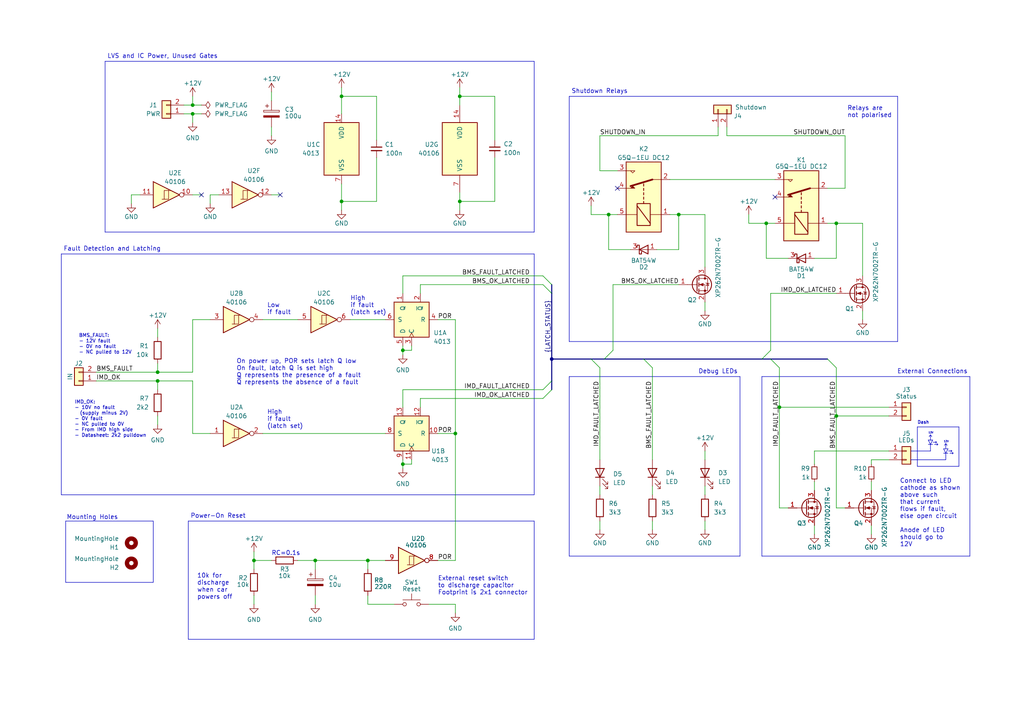
<source format=kicad_sch>
(kicad_sch (version 20230121) (generator eeschema)
  (paper "A4")
  (title_block (title "Latch Circuit") (date "2023-04-04") (rev "1.1.1") (company "SUFST") (comment 1 "STAG 9") (comment 2 "Tim Brewis") (comment 3 "Marek Frodyma, Max O'Brien"))
  (lib_symbols
    (symbol "4xxx:40106" (pin_names (offset 1.016))
      (property "Reference" "U" (at 0 1.27 0))
      (property "Value" "40106" (at 0 -1.27 0))
      (symbol "40106_1_0"
        (polyline (pts (xy -0.635 -1.27) (xy -0.635 1.27) (xy 0.635 1.27)))
        (polyline (pts (xy -3.81 3.81) (xy -3.81 -3.81) (xy 3.81 0) (xy -3.81 3.81)) (stroke (width 0.254)) (fill (type background)))
        (polyline (pts (xy -1.27 -1.27) (xy 0.635 -1.27) (xy 0.635 1.27) (xy 1.27 1.27)))
        (pin input line (at -7.62 0 0) (length 3.81) (name "~") (number "1"))
        (pin output inverted (at 7.62 0 180) (length 3.81) (name "~") (number "2"))
      )
      (symbol "40106_2_0"
        (polyline (pts (xy -0.635 -1.27) (xy -0.635 1.27) (xy 0.635 1.27)))
        (polyline (pts (xy -3.81 3.81) (xy -3.81 -3.81) (xy 3.81 0) (xy -3.81 3.81)) (stroke (width 0.254)) (fill (type background)))
        (polyline (pts (xy -1.27 -1.27) (xy 0.635 -1.27) (xy 0.635 1.27) (xy 1.27 1.27)))
        (pin input line (at -7.62 0 0) (length 3.81) (name "~") (number "3"))
        (pin output inverted (at 7.62 0 180) (length 3.81) (name "~") (number "4"))
      )
      (symbol "40106_3_0"
        (polyline (pts (xy -0.635 -1.27) (xy -0.635 1.27) (xy 0.635 1.27)))
        (polyline (pts (xy -3.81 3.81) (xy -3.81 -3.81) (xy 3.81 0) (xy -3.81 3.81)) (stroke (width 0.254)) (fill (type background)))
        (polyline (pts (xy -1.27 -1.27) (xy 0.635 -1.27) (xy 0.635 1.27) (xy 1.27 1.27)))
        (pin input line (at -7.62 0 0) (length 3.81) (name "~") (number "5"))
        (pin output inverted (at 7.62 0 180) (length 3.81) (name "~") (number "6"))
      )
      (symbol "40106_4_0"
        (polyline (pts (xy -0.635 -1.27) (xy -0.635 1.27) (xy 0.635 1.27)))
        (polyline (pts (xy -3.81 3.81) (xy -3.81 -3.81) (xy 3.81 0) (xy -3.81 3.81)) (stroke (width 0.254)) (fill (type background)))
        (polyline (pts (xy -1.27 -1.27) (xy 0.635 -1.27) (xy 0.635 1.27) (xy 1.27 1.27)))
        (pin output inverted (at 7.62 0 180) (length 3.81) (name "~") (number "8"))
        (pin input line (at -7.62 0 0) (length 3.81) (name "~") (number "9"))
      )
      (symbol "40106_5_0"
        (polyline (pts (xy -0.635 -1.27) (xy -0.635 1.27) (xy 0.635 1.27)))
        (polyline (pts (xy -3.81 3.81) (xy -3.81 -3.81) (xy 3.81 0) (xy -3.81 3.81)) (stroke (width 0.254)) (fill (type background)))
        (polyline (pts (xy -1.27 -1.27) (xy 0.635 -1.27) (xy 0.635 1.27) (xy 1.27 1.27)))
        (pin output inverted (at 7.62 0 180) (length 3.81) (name "~") (number "10"))
        (pin input line (at -7.62 0 0) (length 3.81) (name "~") (number "11"))
      )
      (symbol "40106_6_0"
        (polyline (pts (xy -0.635 -1.27) (xy -0.635 1.27) (xy 0.635 1.27)))
        (polyline (pts (xy -3.81 3.81) (xy -3.81 -3.81) (xy 3.81 0) (xy -3.81 3.81)) (stroke (width 0.254)) (fill (type background)))
        (polyline (pts (xy -1.27 -1.27) (xy 0.635 -1.27) (xy 0.635 1.27) (xy 1.27 1.27)))
        (pin output inverted (at 7.62 0 180) (length 3.81) (name "~") (number "12"))
        (pin input line (at -7.62 0 0) (length 3.81) (name "~") (number "13"))
      )
      (symbol "40106_7_0"
        (pin power_in line (at 0 12.7 270) (length 5.08) (name "VDD") (number "14"))
        (pin power_in line (at 0 -12.7 90) (length 5.08) (name "VSS") (number "7"))
      )
      (symbol "40106_7_1"
        (rectangle (start -5.08 7.62) (end 5.08 -7.62) (stroke (width 0.254)) (fill (type background)))
      )
    )
    (symbol "4xxx:4013" (pin_names (offset 1.016))
      (property "Reference" "U" (at -7.62 8.89 0))
      (property "Value" "4013" (at -7.62 -8.89 0))
      (symbol "4013_1_1"
        (rectangle (start -5.08 5.08) (end 5.08 -5.08) (stroke (width 0.254)) (fill (type background)))
        (pin output line (at 7.62 2.54 180) (length 2.54) (name "Q") (number "1"))
        (pin output line (at 7.62 -2.54 180) (length 2.54) (name "~{Q}") (number "2"))
        (pin input clock (at -7.62 0 0) (length 2.54) (name "C") (number "3"))
        (pin input line (at 0 -7.62 90) (length 2.54) (name "R") (number "4"))
        (pin input line (at -7.62 2.54 0) (length 2.54) (name "D") (number "5"))
        (pin input line (at 0 7.62 270) (length 2.54) (name "S") (number "6"))
      )
      (symbol "4013_2_1"
        (rectangle (start -5.08 5.08) (end 5.08 -5.08) (stroke (width 0.254)) (fill (type background)))
        (pin input line (at 0 -7.62 90) (length 2.54) (name "R") (number "10"))
        (pin input clock (at -7.62 0 0) (length 2.54) (name "C") (number "11"))
        (pin output line (at 7.62 -2.54 180) (length 2.54) (name "~{Q}") (number "12"))
        (pin output line (at 7.62 2.54 180) (length 2.54) (name "Q") (number "13"))
        (pin input line (at 0 7.62 270) (length 2.54) (name "S") (number "8"))
        (pin input line (at -7.62 2.54 0) (length 2.54) (name "D") (number "9"))
      )
      (symbol "4013_3_0"
        (pin power_in line (at 0 10.16 270) (length 2.54) (name "VDD") (number "14"))
        (pin power_in line (at 0 -10.16 90) (length 2.54) (name "VSS") (number "7"))
      )
      (symbol "4013_3_1"
        (rectangle (start -5.08 7.62) (end 5.08 -7.62) (stroke (width 0.254)) (fill (type background)))
      )
    )
    (symbol "Connector_Generic:Conn_01x02" (pin_names (offset 1.016) hide)
      (property "Reference" "J" (at 0 2.54 0))
      (property "Value" "Conn_01x02" (at 0 -5.08 0))
      (symbol "Conn_01x02_1_1"
        (rectangle (start -1.27 -2.413) (end 0 -2.667) (stroke (width 0.1524)))
        (rectangle (start -1.27 0.127) (end 0 -0.127) (stroke (width 0.1524)))
        (rectangle (start -1.27 1.27) (end 1.27 -3.81) (stroke (width 0.254)) (fill (type background)))
        (pin passive line (at -5.08 0 0) (length 3.81) (name "Pin_1") (number "1"))
        (pin passive line (at -5.08 -2.54 0) (length 3.81) (name "Pin_2") (number "2"))
      )
    )
    (symbol "Device:C_Polarized" (pin_numbers hide) (pin_names (offset 0.254))
      (property "Reference" "C" (at 0.635 2.54 0))
      (property "Value" "C_Polarized" (at 0.635 -2.54 0))
      (symbol "C_Polarized_0_1"
        (rectangle (start -2.286 0.508) (end 2.286 1.016))
        (polyline (pts (xy -1.778 2.286) (xy -0.762 2.286)))
        (polyline (pts (xy -1.27 2.794) (xy -1.27 1.778)))
        (rectangle (start 2.286 -0.508) (end -2.286 -1.016) (fill (type outline)))
      )
      (symbol "C_Polarized_1_1"
        (pin passive line (at 0 3.81 270) (length 2.794) (name "~") (number "1"))
        (pin passive line (at 0 -3.81 90) (length 2.794) (name "~") (number "2"))
      )
    )
    (symbol "Device:C_Small" (pin_numbers hide) (pin_names (offset 0.254) hide)
      (property "Reference" "C" (at 0.254 1.778 0))
      (property "Value" "C_Small" (at 0.254 -2.032 0))
      (symbol "C_Small_0_1"
        (polyline (pts (xy -1.524 -0.508) (xy 1.524 -0.508)) (stroke (width 0.3302)))
        (polyline (pts (xy -1.524 0.508) (xy 1.524 0.508)) (stroke (width 0.3048)))
      )
      (symbol "C_Small_1_1"
        (pin passive line (at 0 2.54 270) (length 2.032) (name "~") (number "1"))
        (pin passive line (at 0 -2.54 90) (length 2.032) (name "~") (number "2"))
      )
    )
    (symbol "Device:LED" (pin_numbers hide) (pin_names (offset 1.016) hide)
      (property "Reference" "D" (at 0 2.54 0))
      (property "Value" "LED" (at 0 -2.54 0))
      (symbol "LED_0_1"
        (polyline (pts (xy -1.27 -1.27) (xy -1.27 1.27)) (stroke (width 0.254)))
        (polyline (pts (xy -1.27 0) (xy 1.27 0)))
        (polyline (pts (xy 1.27 -1.27) (xy 1.27 1.27) (xy -1.27 0) (xy 1.27 -1.27)) (stroke (width 0.254)))
        (polyline (pts (xy -3.048 -0.762) (xy -4.572 -2.286) (xy -3.81 -2.286) (xy -4.572 -2.286) (xy -4.572 -1.524)))
        (polyline (pts (xy -1.778 -0.762) (xy -3.302 -2.286) (xy -2.54 -2.286) (xy -3.302 -2.286) (xy -3.302 -1.524)))
      )
      (symbol "LED_1_1"
        (pin passive line (at -3.81 0 0) (length 2.54) (name "K") (number "1"))
        (pin passive line (at 3.81 0 180) (length 2.54) (name "A") (number "2"))
      )
    )
    (symbol "Device:Q_NMOS_GSD" (pin_names (offset 0) hide)
      (property "Reference" "Q" (at 5.08 1.27 0))
      (property "Value" "Q_NMOS_GSD" (at 5.08 -1.27 0))
      (symbol "Q_NMOS_GSD_0_1"
        (polyline (pts (xy 0.254 0) (xy -2.54 0)))
        (polyline (pts (xy 0.254 1.905) (xy 0.254 -1.905)) (stroke (width 0.254)))
        (polyline (pts (xy 0.762 -1.27) (xy 0.762 -2.286)) (stroke (width 0.254)))
        (polyline (pts (xy 0.762 0.508) (xy 0.762 -0.508)) (stroke (width 0.254)))
        (polyline (pts (xy 0.762 2.286) (xy 0.762 1.27)) (stroke (width 0.254)))
        (polyline (pts (xy 2.54 2.54) (xy 2.54 1.778)))
        (polyline (pts (xy 2.54 -2.54) (xy 2.54 0) (xy 0.762 0)))
        (polyline (pts (xy 0.762 -1.778) (xy 3.302 -1.778) (xy 3.302 1.778) (xy 0.762 1.778)))
        (polyline (pts (xy 1.016 0) (xy 2.032 0.381) (xy 2.032 -0.381) (xy 1.016 0)) (fill (type outline)))
        (polyline (pts (xy 2.794 0.508) (xy 2.921 0.381) (xy 3.683 0.381) (xy 3.81 0.254)))
        (polyline (pts (xy 3.302 0.381) (xy 2.921 -0.254) (xy 3.683 -0.254) (xy 3.302 0.381)))
        (circle (center 1.651 0) (radius 2.794) (stroke (width 0.254)))
        (circle (center 2.54 -1.778) (radius 0.254) (fill (type outline)))
        (circle (center 2.54 1.778) (radius 0.254) (fill (type outline)))
      )
      (symbol "Q_NMOS_GSD_1_1"
        (pin input line (at -5.08 0 0) (length 2.54) (name "G") (number "1"))
        (pin passive line (at 2.54 -5.08 90) (length 2.54) (name "S") (number "2"))
        (pin passive line (at 2.54 5.08 270) (length 2.54) (name "D") (number "3"))
      )
    )
    (symbol "Device:R" (pin_numbers hide) (pin_names (offset 0))
      (property "Reference" "R" (at 2.032 0 90))
      (property "Value" "R" (at 0 0 90))
      (symbol "R_0_1"
        (rectangle (start -1.016 -2.54) (end 1.016 2.54) (stroke (width 0.254)))
      )
      (symbol "R_1_1"
        (pin passive line (at 0 3.81 270) (length 1.27) (name "~") (number "1"))
        (pin passive line (at 0 -3.81 90) (length 1.27) (name "~") (number "2"))
      )
    )
    (symbol "Device:R_Small" (pin_numbers hide) (pin_names (offset 0.254) hide)
      (property "Reference" "R" (at 0.762 0.508 0))
      (property "Value" "R_Small" (at 0.762 -1.016 0))
      (symbol "R_Small_0_1"
        (rectangle (start -0.762 1.778) (end 0.762 -1.778) (stroke (width 0.2032)))
      )
      (symbol "R_Small_1_1"
        (pin passive line (at 0 2.54 270) (length 0.762) (name "~") (number "1"))
        (pin passive line (at 0 -2.54 90) (length 0.762) (name "~") (number "2"))
      )
    )
    (symbol "Diode:BAT54W" (pin_names (offset 1.016) hide)
      (property "Reference" "D" (at 0 2.54 0))
      (property "Value" "BAT54W" (at 0 -2.54 0))
      (symbol "BAT54W_0_1"
        (polyline (pts (xy 1.27 0) (xy -1.27 0)))
        (polyline (pts (xy 1.27 1.27) (xy 1.27 -1.27) (xy -1.27 0) (xy 1.27 1.27)) (stroke (width 0.254)))
        (polyline (pts (xy -1.905 0.635) (xy -1.905 1.27) (xy -1.27 1.27) (xy -1.27 -1.27) (xy -0.635 -1.27) (xy -0.635 -0.635)) (stroke (width 0.254)))
      )
      (symbol "BAT54W_1_1"
        (pin passive line (at 3.81 0 180) (length 2.54) (name "A") (number "1"))
        (pin no_connect line (at 0 0 90) (length 2.54) hide (name "NC") (number "2"))
        (pin passive line (at -3.81 0 0) (length 2.54) (name "K") (number "3"))
      )
    )
    (symbol "Mechanical:MountingHole" (pin_names (offset 1.016))
      (property "Reference" "H" (at 0 5.08 0))
      (property "Value" "MountingHole" (at 0 3.175 0))
      (symbol "MountingHole_0_1"
        (circle (center 0 0) (radius 1.27) (stroke (width 1.27)))
      )
    )
    (symbol "Relay:G5Q-1"
      (property "Reference" "K" (at 11.43 3.81 0))
      (property "Value" "G5Q-1" (at 11.43 1.27 0))
      (symbol "G5Q-1_0_0"
        (polyline (pts (xy 7.62 5.08) (xy 7.62 2.54) (xy 6.985 3.175) (xy 7.62 3.81)))
      )
      (symbol "G5Q-1_0_1"
        (rectangle (start -10.16 5.08) (end 10.16 -5.08) (stroke (width 0.254)) (fill (type background)))
        (rectangle (start -8.255 1.905) (end -1.905 -1.905) (stroke (width 0.254)))
        (polyline (pts (xy -7.62 -1.905) (xy -2.54 1.905)) (stroke (width 0.254)))
        (polyline (pts (xy -5.08 -5.08) (xy -5.08 -1.905)))
        (polyline (pts (xy -5.08 5.08) (xy -5.08 1.905)))
        (polyline (pts (xy -1.905 0) (xy -1.27 0)) (stroke (width 0.254)))
        (polyline (pts (xy -0.635 0) (xy 0 0)) (stroke (width 0.254)))
        (polyline (pts (xy 0.635 0) (xy 1.27 0)) (stroke (width 0.254)))
        (polyline (pts (xy 1.905 0) (xy 2.54 0)) (stroke (width 0.254)))
        (polyline (pts (xy 3.175 0) (xy 3.81 0)) (stroke (width 0.254)))
        (polyline (pts (xy 5.08 -2.54) (xy 3.175 3.81)) (stroke (width 0.508)))
        (polyline (pts (xy 5.08 -2.54) (xy 5.08 -5.08)))
        (polyline (pts (xy 2.54 5.08) (xy 2.54 2.54) (xy 3.175 3.175) (xy 2.54 3.81)) (fill (type outline)))
      )
      (symbol "G5Q-1_1_1"
        (pin passive line (at -5.08 -7.62 90) (length 2.54) (name "~") (number "1"))
        (pin passive line (at 5.08 -7.62 90) (length 2.54) (name "~") (number "2"))
        (pin passive line (at 7.62 7.62 270) (length 2.54) (name "~") (number "3"))
        (pin passive line (at 2.54 7.62 270) (length 2.54) (name "~") (number "4"))
        (pin passive line (at -5.08 7.62 270) (length 2.54) (name "~") (number "5"))
      )
    )
    (symbol "Switch:SW_Push" (pin_numbers hide) (pin_names (offset 1.016) hide)
      (property "Reference" "SW" (at 1.27 2.54 0))
      (property "Value" "SW_Push" (at 0 -1.524 0))
      (symbol "SW_Push_0_1"
        (circle (center -2.032 0) (radius 0.508))
        (polyline (pts (xy 0 1.27) (xy 0 3.048)))
        (polyline (pts (xy 2.54 1.27) (xy -2.54 1.27)))
        (circle (center 2.032 0) (radius 0.508))
        (pin passive line (at -5.08 0 0) (length 2.54) (name "1") (number "1"))
        (pin passive line (at 5.08 0 180) (length 2.54) (name "2") (number "2"))
      )
    )
    (symbol "power:+12V" (power) (pin_names (offset 0))
      (property "Value" "+12V" (at 0 3.556 0))
      (symbol "+12V_0_1"
        (polyline (pts (xy -0.762 1.27) (xy 0 2.54)))
        (polyline (pts (xy 0 0) (xy 0 2.54)))
        (polyline (pts (xy 0 2.54) (xy 0.762 1.27)))
      )
      (symbol "+12V_1_1"
        (pin power_in line (at 0 0 90) (length 0) hide (name "+12V") (number "1"))
      )
    )
    (symbol "power:GND" (power) (pin_names (offset 0))
      (property "Value" "GND" (at 0 -3.81 0))
      (symbol "GND_0_1"
        (polyline (pts (xy 0 0) (xy 0 -1.27) (xy 1.27 -1.27) (xy 0 -2.54) (xy -1.27 -1.27) (xy 0 -1.27)))
      )
      (symbol "GND_1_1"
        (pin power_in line (at 0 0 270) (length 0) hide (name "GND") (number "1"))
      )
    )
    (symbol "power:PWR_FLAG" (power) (pin_numbers hide) (pin_names (offset 0) hide)
      (property "Value" "PWR_FLAG" (at 0 3.81 0))
      (symbol "PWR_FLAG_0_0"
        (pin power_out line (at 0 0 90) (length 0) (name "pwr") (number "1"))
      )
      (symbol "PWR_FLAG_0_1"
        (polyline (pts (xy 0 0) (xy 0 1.27) (xy -1.016 1.905) (xy 0 2.54) (xy 1.016 1.905) (xy 0 1.27)))
      )
    )
  )
  (bus_alias "LATCH_STATUS" (members "IMD_OK_LATCHED" "IMD_FAULT_LATCHED" "BMS_OK_LATCHED" "BMS_FAULT_LATCHED"))
  (junction (at 133.35 27.94))
  (junction (at 242.57 64.77))
  (junction (at 226.06 118.11))
  (junction (at 73.66 162.56))
  (junction (at 45.72 107.95))
  (junction (at 91.44 162.56))
  (junction (at 55.88 30.48))
  (junction (at 116.84 134.62))
  (junction (at 99.06 27.94))
  (junction (at 45.72 110.49))
  (junction (at 55.88 33.02))
  (junction (at 160.02 104.14))
  (junction (at 242.57 120.65))
  (junction (at 176.53 62.23))
  (junction (at 116.84 101.6))
  (junction (at 132.08 125.73))
  (junction (at 106.68 162.56))
  (junction (at 99.06 58.42))
  (junction (at 133.35 58.42))
  (junction (at 196.85 62.23))
  (junction (at 222.25 64.77))
  (no_connect (at 58.42 56.515))
  (no_connect (at 81.28 56.515))
  (no_connect (at 179.07 54.61))
  (no_connect (at 224.79 57.15))
  (bus_entry (at 223.52 104.14) (size 2.54 2.54))
  (bus_entry (at 175.26 104.14) (size 2.54 -2.54))
  (bus_entry (at 157.48 82.55) (size 2.54 2.54))
  (bus_entry (at 157.48 80.01) (size 2.54 2.54))
  (bus_entry (at 220.98 104.14) (size 2.54 -2.54))
  (bus_entry (at 240.03 104.14) (size 2.54 2.54))
  (bus_entry (at 157.48 113.03) (size 2.54 -2.54))
  (bus_entry (at 171.45 104.14) (size 2.54 2.54))
  (bus_entry (at 186.69 104.14) (size 2.54 2.54))
  (bus_entry (at 157.48 115.57) (size 2.54 -2.54))
  (polyline (pts (xy 269.24 128.905) (xy 270.51 128.905)) (stroke (width 0) (type solid)))
  (polyline (pts (xy 273.685 131.445) (xy 274.955 131.445)) (stroke (width 0) (type solid)))
  (wire (pts (xy 99.06 27.94) (xy 99.06 33.02)))
  (polyline (pts (xy 220.98 109.22) (xy 220.98 161.29)))
  (wire (pts (xy 242.57 74.93) (xy 236.22 74.93)))
  (wire (pts (xy 45.72 95.25) (xy 45.72 97.79)))
  (wire (pts (xy 171.45 62.23) (xy 176.53 62.23)))
  (polyline (pts (xy 274.955 130.175) (xy 274.32 131.445)) (stroke (width 0) (type solid)))
  (wire (pts (xy 78.74 36.83) (xy 78.74 39.37)))
  (polyline (pts (xy 154.94 73.66) (xy 154.94 143.51)))
  (polyline (pts (xy 17.78 73.66) (xy 17.78 143.51)))
  (wire (pts (xy 133.35 58.42) (xy 133.35 60.96)))
  (wire (pts (xy 121.92 82.55) (xy 121.92 85.09)))
  (wire (pts (xy 53.34 30.48) (xy 55.88 30.48)))
  (wire (pts (xy 116.84 100.33) (xy 116.84 101.6)))
  (wire (pts (xy 173.99 140.97) (xy 173.99 143.51)))
  (wire (pts (xy 223.52 85.09) (xy 242.57 85.09)))
  (polyline (pts (xy 54.61 151.13) (xy 154.94 151.13)))
  (wire (pts (xy 45.72 107.95) (xy 55.88 107.95)))
  (wire (pts (xy 55.88 92.71) (xy 55.88 107.95)))
  (wire (pts (xy 45.72 110.49) (xy 45.72 113.03)))
  (wire (pts (xy 252.73 133.35) (xy 257.81 133.35)))
  (wire (pts (xy 119.38 101.6) (xy 116.84 101.6)))
  (wire (pts (xy 40.64 56.515) (xy 38.1 56.515)))
  (wire (pts (xy 60.96 56.515) (xy 60.96 59.055)))
  (wire (pts (xy 127 125.73) (xy 132.08 125.73)))
  (wire (pts (xy 222.25 74.93) (xy 222.25 64.77)))
  (wire (pts (xy 228.6 147.32) (xy 226.06 147.32)))
  (wire (pts (xy 250.19 90.17) (xy 250.19 92.71)))
  (wire (pts (xy 73.66 160.02) (xy 73.66 162.56)))
  (wire (pts (xy 45.72 105.41) (xy 45.72 107.95)))
  (wire (pts (xy 38.1 56.515) (xy 38.1 59.055)))
  (wire (pts (xy 76.2 125.73) (xy 111.76 125.73)))
  (wire (pts (xy 55.88 125.73) (xy 60.96 125.73)))
  (wire (pts (xy 190.5 72.39) (xy 196.85 72.39)))
  (wire (pts (xy 99.06 58.42) (xy 109.22 58.42)))
  (wire (pts (xy 252.73 139.7) (xy 252.73 142.24)))
  (wire (pts (xy 189.23 106.68) (xy 189.23 133.35)))
  (wire (pts (xy 116.84 80.01) (xy 116.84 85.09)))
  (wire (pts (xy 176.53 62.23) (xy 176.53 72.39)))
  (wire (pts (xy 124.46 175.26) (xy 132.08 175.26)))
  (wire (pts (xy 223.52 85.09) (xy 223.52 101.6)))
  (polyline (pts (xy 165.1 27.94) (xy 165.1 99.06)))
  (polyline (pts (xy 54.61 151.13) (xy 54.61 185.42)))
  (polyline (pts (xy 273.685 130.175) (xy 274.955 130.175)) (stroke (width 0) (type solid)))
  (polyline (pts (xy 281.305 161.29) (xy 281.305 109.22)))
  (bus (pts (xy 160.02 82.55) (xy 160.02 85.09)))
  (wire (pts (xy 173.99 49.53) (xy 179.07 49.53)))
  (polyline (pts (xy 269.875 126.111) (xy 269.494 126.619)) (stroke (width 0) (type solid)))
  (polyline (pts (xy 266.065 123.825) (xy 278.13 123.825)))
  (wire (pts (xy 240.03 64.77) (xy 242.57 64.77)))
  (wire (pts (xy 127 162.56) (xy 132.08 162.56)))
  (wire (pts (xy 236.22 152.4) (xy 236.22 154.94)))
  (wire (pts (xy 109.22 45.72) (xy 109.22 58.42)))
  (wire (pts (xy 99.06 25.4) (xy 99.06 27.94)))
  (polyline (pts (xy 274.32 131.445) (xy 274.32 133.35)) (stroke (width 0) (type solid)))
  (wire (pts (xy 106.68 175.26) (xy 114.3 175.26)))
  (wire (pts (xy 177.8 82.55) (xy 196.85 82.55)))
  (wire (pts (xy 173.99 39.37) (xy 208.28 39.37)))
  (wire (pts (xy 91.44 162.56) (xy 91.44 165.1)))
  (wire (pts (xy 208.28 36.83) (xy 208.28 39.37)))
  (bus (pts (xy 220.98 104.14) (xy 223.52 104.14)))
  (wire (pts (xy 119.38 133.35) (xy 119.38 134.62)))
  (polyline (pts (xy 274.32 128.651) (xy 273.939 129.159)) (stroke (width 0) (type solid)))
  (polyline (pts (xy 165.1 109.22) (xy 214.63 109.22)))
  (wire (pts (xy 116.84 113.03) (xy 157.48 113.03)))
  (wire (pts (xy 176.53 62.23) (xy 179.07 62.23)))
  (wire (pts (xy 210.82 36.83) (xy 210.82 39.37)))
  (wire (pts (xy 116.84 101.6) (xy 116.84 102.87)))
  (wire (pts (xy 106.68 162.56) (xy 111.76 162.56)))
  (wire (pts (xy 222.25 64.77) (xy 224.79 64.77)))
  (polyline (pts (xy 30.48 17.78) (xy 30.48 67.31)))
  (wire (pts (xy 116.84 133.35) (xy 116.84 134.62)))
  (wire (pts (xy 242.57 106.68) (xy 242.57 120.65)))
  (wire (pts (xy 133.35 58.42) (xy 143.51 58.42)))
  (wire (pts (xy 245.11 39.37) (xy 210.82 39.37)))
  (wire (pts (xy 73.66 162.56) (xy 73.66 165.1)))
  (polyline (pts (xy 269.24 127.635) (xy 270.51 127.635)) (stroke (width 0) (type solid)))
  (wire (pts (xy 106.68 162.56) (xy 106.68 165.1)))
  (bus (pts (xy 160.02 85.09) (xy 160.02 104.14)))
  (bus (pts (xy 171.45 104.14) (xy 175.26 104.14)))
  (wire (pts (xy 240.03 54.61) (xy 245.11 54.61)))
  (polyline (pts (xy 165.1 27.94) (xy 260.35 27.94)))
  (wire (pts (xy 73.66 172.72) (xy 73.66 175.26)))
  (polyline (pts (xy 269.875 128.905) (xy 269.875 130.81)) (stroke (width 0) (type solid)))
  (polyline (pts (xy 19.05 168.91) (xy 44.45 168.91)))
  (wire (pts (xy 194.31 52.07) (xy 224.79 52.07)))
  (wire (pts (xy 194.31 62.23) (xy 196.85 62.23)))
  (wire (pts (xy 127 92.71) (xy 132.08 92.71)))
  (wire (pts (xy 133.35 27.94) (xy 143.51 27.94)))
  (wire (pts (xy 242.57 120.65) (xy 242.57 147.32)))
  (wire (pts (xy 55.88 33.02) (xy 55.88 35.56)))
  (polyline (pts (xy 154.94 67.31) (xy 154.94 17.78)))
  (wire (pts (xy 73.66 162.56) (xy 78.74 162.56)))
  (wire (pts (xy 204.47 130.81) (xy 204.47 133.35)))
  (polyline (pts (xy 154.94 17.78) (xy 30.48 17.78)))
  (polyline (pts (xy 270.51 127.635) (xy 269.875 128.905)) (stroke (width 0) (type solid)))
  (wire (pts (xy 196.85 62.23) (xy 204.47 62.23)))
  (bus (pts (xy 186.69 104.14) (xy 220.98 104.14)))
  (wire (pts (xy 99.06 27.94) (xy 109.22 27.94)))
  (wire (pts (xy 242.57 120.65) (xy 257.81 120.65)))
  (wire (pts (xy 177.8 82.55) (xy 177.8 101.6)))
  (polyline (pts (xy 273.685 130.175) (xy 274.32 131.445)) (stroke (width 0) (type solid)))
  (wire (pts (xy 143.51 27.94) (xy 143.51 40.64)))
  (polyline (pts (xy 269.875 126.111) (xy 270.256 126.619)) (stroke (width 0) (type solid)))
  (wire (pts (xy 250.19 64.77) (xy 250.19 80.01)))
  (wire (pts (xy 116.84 134.62) (xy 116.84 135.89)))
  (polyline (pts (xy 19.05 151.13) (xy 44.45 151.13)))
  (bus (pts (xy 223.52 104.14) (xy 240.03 104.14)))
  (polyline (pts (xy 44.45 168.91) (xy 44.45 151.13)))
  (wire (pts (xy 236.22 130.81) (xy 257.81 130.81)))
  (wire (pts (xy 55.88 56.515) (xy 58.42 56.515)))
  (wire (pts (xy 189.23 140.97) (xy 189.23 143.51)))
  (wire (pts (xy 55.88 33.02) (xy 58.42 33.02)))
  (wire (pts (xy 63.5 56.515) (xy 60.96 56.515)))
  (wire (pts (xy 189.23 151.13) (xy 189.23 153.67)))
  (wire (pts (xy 121.92 115.57) (xy 157.48 115.57)))
  (wire (pts (xy 45.72 120.65) (xy 45.72 123.19)))
  (polyline (pts (xy 220.98 161.29) (xy 281.305 161.29)))
  (wire (pts (xy 252.73 133.35) (xy 252.73 134.62)))
  (polyline (pts (xy 269.24 127.635) (xy 269.875 128.905)) (stroke (width 0) (type solid)))
  (wire (pts (xy 106.68 172.72) (xy 106.68 175.26)))
  (wire (pts (xy 242.57 64.77) (xy 250.19 64.77)))
  (polyline (pts (xy 269.875 127.635) (xy 269.875 126.238)) (stroke (width 0) (type solid)))
  (wire (pts (xy 133.35 55.88) (xy 133.35 58.42)))
  (bus (pts (xy 160.02 104.14) (xy 160.02 110.49)))
  (wire (pts (xy 116.84 118.11) (xy 116.84 113.03)))
  (wire (pts (xy 76.2 92.71) (xy 86.36 92.71)))
  (wire (pts (xy 45.72 110.49) (xy 55.88 110.49)))
  (polyline (pts (xy 154.94 185.42) (xy 54.61 185.42)))
  (wire (pts (xy 101.6 92.71) (xy 111.76 92.71)))
  (wire (pts (xy 204.47 87.63) (xy 204.47 90.17)))
  (wire (pts (xy 245.11 54.61) (xy 245.11 39.37)))
  (wire (pts (xy 116.84 80.01) (xy 157.48 80.01)))
  (polyline (pts (xy 165.1 161.29) (xy 214.63 161.29)))
  (wire (pts (xy 204.47 62.23) (xy 204.47 77.47)))
  (wire (pts (xy 27.94 110.49) (xy 45.72 110.49)))
  (wire (pts (xy 176.53 72.39) (xy 182.88 72.39)))
  (polyline (pts (xy 264.287 130.81) (xy 269.875 130.81)) (stroke (width 0) (type solid)))
  (wire (pts (xy 236.22 139.7) (xy 236.22 142.24)))
  (wire (pts (xy 119.38 100.33) (xy 119.38 101.6)))
  (wire (pts (xy 78.74 56.515) (xy 81.28 56.515)))
  (wire (pts (xy 173.99 151.13) (xy 173.99 153.67)))
  (polyline (pts (xy 154.94 73.66) (xy 17.78 73.66)))
  (wire (pts (xy 132.08 92.71) (xy 132.08 125.73)))
  (wire (pts (xy 228.6 74.93) (xy 222.25 74.93)))
  (wire (pts (xy 133.35 30.48) (xy 133.35 27.94)))
  (wire (pts (xy 226.06 106.68) (xy 226.06 118.11)))
  (polyline (pts (xy 19.05 151.13) (xy 19.05 168.91)))
  (polyline (pts (xy 274.32 130.048) (xy 274.32 128.651)) (stroke (width 0) (type solid)))
  (wire (pts (xy 242.57 64.77) (xy 242.57 74.93)))
  (wire (pts (xy 119.38 134.62) (xy 116.84 134.62)))
  (polyline (pts (xy 165.1 109.22) (xy 165.1 161.29)))
  (wire (pts (xy 196.85 62.23) (xy 196.85 72.39)))
  (wire (pts (xy 171.45 59.69) (xy 171.45 62.23)))
  (polyline (pts (xy 266.065 135.255) (xy 278.13 135.255)))
  (polyline (pts (xy 17.78 143.51) (xy 154.94 143.51)))
  (wire (pts (xy 242.57 147.32) (xy 245.11 147.32)))
  (bus (pts (xy 175.26 104.14) (xy 186.69 104.14)))
  (wire (pts (xy 204.47 151.13) (xy 204.47 153.67)))
  (wire (pts (xy 133.35 25.4) (xy 133.35 27.94)))
  (wire (pts (xy 121.92 118.11) (xy 121.92 115.57)))
  (polyline (pts (xy 274.32 128.651) (xy 274.701 129.159)) (stroke (width 0) (type solid)))
  (polyline (pts (xy 154.94 151.13) (xy 154.94 185.42)))
  (wire (pts (xy 55.88 27.94) (xy 55.88 30.48)))
  (wire (pts (xy 109.22 27.94) (xy 109.22 40.64)))
  (wire (pts (xy 99.06 53.34) (xy 99.06 58.42)))
  (wire (pts (xy 132.08 177.8) (xy 132.08 175.26)))
  (polyline (pts (xy 260.35 27.94) (xy 260.35 99.06)))
  (bus (pts (xy 160.02 104.14) (xy 171.45 104.14)))
  (wire (pts (xy 204.47 140.97) (xy 204.47 143.51)))
  (wire (pts (xy 53.34 33.02) (xy 55.88 33.02)))
  (wire (pts (xy 91.44 162.56) (xy 106.68 162.56)))
  (wire (pts (xy 143.51 58.42) (xy 143.51 45.72)))
  (wire (pts (xy 173.99 39.37) (xy 173.99 49.53)))
  (wire (pts (xy 252.73 152.4) (xy 252.73 154.94)))
  (wire (pts (xy 60.96 92.71) (xy 55.88 92.71)))
  (wire (pts (xy 99.06 58.42) (xy 99.06 60.96)))
  (wire (pts (xy 55.88 30.48) (xy 58.42 30.48)))
  (wire (pts (xy 27.94 107.95) (xy 45.72 107.95)))
  (polyline (pts (xy 214.63 161.29) (xy 214.63 109.22)))
  (polyline (pts (xy 30.48 67.31) (xy 154.94 67.31)))
  (wire (pts (xy 226.06 118.11) (xy 257.81 118.11)))
  (wire (pts (xy 132.08 125.73) (xy 132.08 162.56)))
  (polyline (pts (xy 278.13 135.255) (xy 278.13 123.825)))
  (polyline (pts (xy 266.065 123.825) (xy 266.065 135.255)))
  (wire (pts (xy 78.74 26.67) (xy 78.74 29.21)))
  (wire (pts (xy 55.88 110.49) (xy 55.88 125.73)))
  (wire (pts (xy 86.36 162.56) (xy 91.44 162.56)))
  (wire (pts (xy 121.92 82.55) (xy 157.48 82.55)))
  (polyline (pts (xy 220.98 109.22) (xy 281.305 109.22)))
  (polyline (pts (xy 260.35 99.06) (xy 165.1 99.06)))
  (wire (pts (xy 236.22 130.81) (xy 236.22 134.62)))
  (polyline (pts (xy 264.16 133.35) (xy 274.32 133.35)) (stroke (width 0) (type solid)))
  (bus (pts (xy 160.02 110.49) (xy 160.02 113.03)))
  (wire (pts (xy 91.44 172.72) (xy 91.44 175.26)))
  (wire (pts (xy 217.17 64.77) (xy 222.25 64.77)))
  (wire (pts (xy 173.99 106.68) (xy 173.99 133.35)))
  (wire (pts (xy 226.06 118.11) (xy 226.06 147.32)))
  (wire (pts (xy 217.17 62.23) (xy 217.17 64.77)))
  (text "High\nif fault\n(latch set)" (at 77.47 124.46 0) (effects (font (size 1.27 1.27)) (justify left bottom)))
  (text "Shutdown Relays" (at 165.735 27.305 0) (effects (font (size 1.27 1.27)) (justify left bottom)))
  (text "Connect to LED\ncathode as shown\nabove such\nthat current \nflows if fault,\nelse open circuit\n\nAnode of LED\nshould go to \n12V" (at 260.985 158.75 0) (effects (font (size 1.27 1.27)) (justify left bottom)))
  (text "Power-On Reset" (at 55.245 150.495 0) (effects (font (size 1.27 1.27)) (justify left bottom)))
  (text "→\n" (at 270.256 129.159 0) (effects (font (size 1.27 1.27)) (justify left bottom)))
  (text "External Connections" (at 280.67 108.585 0) (effects (font (size 1.27 1.27)) (justify right bottom)))
  (text "IMD_OK:\n- 10V no fault\n  (supply minus 2V)\n- 0V fault\n- NC pulled to 0V\n- From IMD high side\n- Datasheet: 2k2 pulldown\n" (at 21.59 127 0) (effects (font (size 1 1)) (justify left bottom)))
  (text "12V" (at 273.685 128.524 0) (effects (font (size 0.5 0.5)) (justify left bottom)))
  (text "High\nif fault\n(latch set)\n" (at 101.6 91.44 0) (effects (font (size 1.27 1.27)) (justify left bottom)))
  (text "Debug LEDs" (at 213.995 108.585 0) (effects (font (size 1.27 1.27)) (justify right bottom)))
  (text "10k for\ndischarge\nwhen car \npowers off" (at 57.15 173.99 0) (effects (font (size 1.27 1.27)) (justify left bottom)))
  (text "Fault Detection and Latching" (at 18.415 73.025 0) (effects (font (size 1.27 1.27)) (justify left bottom)))
  (text "→\n" (at 274.701 131.699 0) (effects (font (size 1.27 1.27)) (justify left bottom)))
  (text "→\n" (at 270.637 129.794 0) (effects (font (size 1.27 1.27)) (justify left bottom)))
  (text "Low\nif fault" (at 77.47 91.44 0) (effects (font (size 1.27 1.27)) (justify left bottom)))
  (text "BMS_FAULT:\n- 12V fault\n- 0V no fault\n- NC pulled to 12V" (at 22.86 102.87 0) (effects (font (size 1 1)) (justify left bottom)))
  (text "Relays are \nnot polarised" (at 245.745 34.29 0) (effects (font (size 1.27 1.27)) (justify left bottom)))
  (text "Mounting Holes" (at 19.304 150.876 0) (effects (font (size 1.27 1.27)) (justify left bottom)))
  (text "Dash" (at 266.065 123.19 0) (effects (font (size 0.9 0.9)) (justify left bottom)))
  (text "RC=0.1s" (at 78.74 161.29 0) (effects (font (size 1.27 1.27)) (justify left bottom)))
  (text "On power up, POR sets latch Q low\nOn fault, latch Q is set high\nQ represents the presence of a fault\n~{Q} represents the absence of a fault" (at 68.58 111.76 0) (effects (font (size 1.27 1.27)) (justify left bottom)))
  (text "LVS and IC Power, Unused Gates" (at 31.115 17.145 0) (effects (font (size 1.27 1.27)) (justify left bottom)))
  (text "→\n" (at 275.082 132.334 0) (effects (font (size 1.27 1.27)) (justify left bottom)))
  (text "12V" (at 269.24 125.984 0) (effects (font (size 0.5 0.5)) (justify left bottom)))
  (text "External reset switch\nto discharge capacitor\nFootprint is 2x1 connector" (at 127 172.72 0) (effects (font (size 1.27 1.27)) (justify left bottom)))
  (label "BMS_FAULT" (at 27.94 107.95 0))
  (label "POR" (at 127 125.73 0))
  (label "BMS_FAULT_LATCHED" (at 242.57 110.49 270))
  (label "IMD_FAULT_LATCHED" (at 153.67 113.03 180))
  (label "POR" (at 127 162.56 0))
  (label "IMD_OK" (at 27.94 110.49 0))
  (label "SHUTDOWN_OUT" (at 245.11 39.37 180))
  (label "SHUTDOWN_IN" (at 173.99 39.37 0))
  (label "BMS_OK_LATCHED" (at 196.85 82.55 180))
  (label "IMD_OK_LATCHED" (at 242.57 85.09 180))
  (label "IMD_FAULT_LATCHED" (at 173.99 110.49 270))
  (label "{LATCH_STATUS}" (at 160.02 86.995 270))
  (label "BMS_FAULT_LATCHED" (at 189.23 110.49 270))
  (label "BMS_OK_LATCHED" (at 153.67 82.55 180))
  (label "IMD_FAULT_LATCHED" (at 226.06 110.49 270))
  (label "POR" (at 127 92.71 0))
  (label "BMS_FAULT_LATCHED" (at 153.67 80.01 180))
  (label "IMD_OK_LATCHED" (at 153.67 115.57 180))
  (symbol (lib_id "Switch:SW_Push") (at 119.38 175.26 0) (mirror y) (unit 1)
    (property "Reference" "SW1" (at 119.38 168.91 0))
    (property "Value" "Reset" (at 119.38 170.815 0))
    (property "Footprint" "Connector_Molex:Molex_Micro-Fit_3.0_43650-0200_1x02_P3.00mm_Horizontal" (effects hide))
  )
  (symbol (lib_id "Device:LED") (at 189.23 137.16 90) (unit 1)
    (property "Reference" "D4" (at 193.04 137.16 90) (effects (justify right)))
    (property "Value" "LED" (at 193.04 139.7 90) (effects (justify right)))
    (property "Footprint" "LED_SMD:LED_0805_2012Metric_Pad1.15x1.40mm_HandSolder" (effects hide))
  )
  (symbol (lib_id "power:GND") (at 91.44 175.26 0) (unit 1)
    (property "Reference" "#PWR010" (effects hide))
    (property "Value" "GND" (at 91.44 179.705 0))
  )
  (symbol (lib_id "Device:Q_NMOS_GSD") (at 250.19 147.32 0) (unit 1)
    (property "Reference" "Q4" (at 247.65 151.765 0) (effects (justify left)))
    (property "Value" "XP262N7002TR-G" (at 256.54 158.75 90) (effects (justify left)))
    (property "Footprint" "Package_TO_SOT_SMD:SOT-23" (effects hide))
  )
  (symbol (lib_id "Relay:G5Q-1") (at 186.69 57.15 90) (unit 1)
    (property "Reference" "K2" (at 186.69 43.18 90))
    (property "Value" "G5Q-1EU DC12" (at 186.69 45.72 90))
    (property "Footprint" "Relay_THT:Relay_SPDT_Omron-G5Q-1" (effects hide))
    (property "Datasheet" "https://www.omron.com/ecb/products/pdf/en-g5q.pdf" (effects hide))
  )
  (symbol (lib_id "Device:R_Small") (at 236.22 137.16 0) (mirror x) (unit 1)
    (property "Reference" "R9" (at 234.95 135.89 0) (effects (justify right)))
    (property "Value" "1k" (at 234.95 138.43 0) (effects (justify right)))
    (property "Footprint" "Resistor_SMD:R_0805_2012Metric_Pad1.20x1.40mm_HandSolder" (effects hide))
  )
  (symbol (lib_id "Connector_Generic:Conn_01x02") (at 48.26 33.02 180) (unit 1)
    (property "Reference" "J1" (at 44.45 30.48 0))
    (property "Value" "PWR" (at 44.45 33.02 0))
    (property "Footprint" "Connector_Molex:Molex_Micro-Fit_3.0_43650-0200_1x02_P3.00mm_Horizontal" (effects hide))
  )
  (symbol (lib_id "power:GND") (at 38.1 59.055 0) (unit 1)
    (property "Reference" "#PWR0102" (effects hide))
    (property "Value" "GND" (at 38.1 62.865 0))
  )
  (symbol (lib_id "Device:R") (at 106.68 168.91 0) (mirror y) (unit 1)
    (property "Reference" "R8" (at 109.855 168.275 0))
    (property "Value" "220R" (at 111.125 170.18 0))
    (property "Footprint" "Resistor_SMD:R_0805_2012Metric_Pad1.20x1.40mm_HandSolder" (effects hide))
  )
  (symbol (lib_id "Device:Q_NMOS_GSD") (at 233.68 147.32 0) (unit 1)
    (property "Reference" "Q3" (at 231.14 151.765 0) (effects (justify left)))
    (property "Value" "XP262N7002TR-G" (at 240.03 158.75 90) (effects (justify left)))
    (property "Footprint" "Package_TO_SOT_SMD:SOT-23" (effects hide))
  )
  (symbol (lib_id "Mechanical:MountingHole") (at 38.1 157.48 180) (unit 1)
    (property "Reference" "H1" (at 34.544 158.7501 0) (effects (justify left)))
    (property "Value" "MountingHole" (at 34.544 156.2101 0) (effects (justify left)))
    (property "Footprint" "MountingHole:MountingHole_3.2mm_M3" (effects hide))
  )
  (symbol (lib_id "Device:Q_NMOS_GSD") (at 201.93 82.55 0) (unit 1)
    (property "Reference" "Q2" (at 199.39 86.995 0) (effects (justify left)))
    (property "Value" "XP262N7002TR-G" (at 208.28 86.36 90) (effects (justify left)))
    (property "Footprint" "Package_TO_SOT_SMD:SOT-23" (effects hide))
  )
  (symbol (lib_id "Diode:BAT54W") (at 186.69 72.39 0) (unit 1)
    (property "Reference" "D2" (at 186.69 77.47 0))
    (property "Value" "BAT54W" (at 186.69 75.565 0))
    (property "Footprint" "Package_TO_SOT_SMD:SOT-323_SC-70" (effects hide))
    (property "Datasheet" "https://assets.nexperia.com/documents/data-sheet/BAT54W_SER.pdf" (effects hide))
  )
  (symbol (lib_id "Device:LED") (at 204.47 137.16 90) (unit 1)
    (property "Reference" "D3" (at 208.28 137.16 90) (effects (justify right)))
    (property "Value" "LED" (at 208.28 139.7 90) (effects (justify right)))
    (property "Footprint" "LED_SMD:LED_0805_2012Metric_Pad1.15x1.40mm_HandSolder" (effects hide))
  )
  (symbol (lib_id "power:GND") (at 55.88 35.56 0) (unit 1)
    (property "Reference" "#PWR02" (effects hide))
    (property "Value" "GND" (at 55.88 40.005 0))
  )
  (symbol (lib_id "Device:R") (at 73.66 168.91 0) (unit 1)
    (property "Reference" "R2" (at 70.485 167.64 0))
    (property "Value" "10k" (at 70.485 169.545 0))
    (property "Footprint" "Resistor_SMD:R_0805_2012Metric_Pad1.20x1.40mm_HandSolder" (effects hide))
  )
  (symbol (lib_id "power:PWR_FLAG") (at 58.42 30.48 270) (unit 1)
    (property "Reference" "#FLG01" (effects hide))
    (property "Value" "PWR_FLAG" (at 62.23 30.4799 90) (effects (justify left)))
  )
  (symbol (lib_id "power:GND") (at 132.08 177.8 0) (unit 1)
    (property "Reference" "#PWR017" (effects hide))
    (property "Value" "GND" (at 132.08 182.245 0))
  )
  (symbol (lib_id "power:GND") (at 116.84 102.87 0) (unit 1)
    (property "Reference" "#PWR015" (effects hide))
    (property "Value" "GND" (at 116.84 107.315 0))
  )
  (symbol (lib_id "power:GND") (at 60.96 59.055 0) (unit 1)
    (property "Reference" "#PWR0101" (effects hide))
    (property "Value" "GND" (at 60.96 62.865 0))
  )
  (symbol (lib_id "power:GND") (at 204.47 90.17 0) (unit 1)
    (property "Reference" "#PWR021" (effects hide))
    (property "Value" "GND" (at 204.47 93.98 0))
  )
  (symbol (lib_id "Connector_Generic:Conn_01x02") (at 262.89 118.11 0) (unit 1)
    (property "Reference" "J3" (at 262.89 113.03 0))
    (property "Value" "Status" (at 262.89 114.935 0))
    (property "Footprint" "Connector_Molex:Molex_Micro-Fit_3.0_43650-0200_1x02_P3.00mm_Horizontal" (effects hide))
  )
  (symbol (lib_id "power:GND") (at 73.66 175.26 0) (unit 1)
    (property "Reference" "#PWR03" (effects hide))
    (property "Value" "GND" (at 73.66 179.705 0))
  )
  (symbol (lib_id "power:+12V") (at 45.72 95.25 0) (unit 1)
    (property "Reference" "#PWR07" (effects hide))
    (property "Value" "+12V" (at 45.72 91.44 0))
  )
  (symbol (lib_id "Connector_Generic:Conn_01x02") (at 208.28 31.75 90) (unit 1)
    (property "Reference" "J4" (at 213.995 33.655 90))
    (property "Value" "Shutdown" (at 217.805 31.115 90))
    (property "Footprint" "Connector_Molex:Molex_Micro-Fit_3.0_43650-0200_1x02_P3.00mm_Horizontal" (effects hide))
  )
  (symbol (lib_id "Connector_Generic:Conn_01x02") (at 262.89 130.81 0) (unit 1)
    (property "Reference" "J5" (at 262.89 125.73 0))
    (property "Value" "LEDs" (at 262.89 127.635 0))
    (property "Footprint" "Connector_Molex:Molex_Micro-Fit_3.0_43650-0200_1x02_P3.00mm_Horizontal" (effects hide))
  )
  (symbol (lib_id "power:GND") (at 78.74 39.37 0) (unit 1)
    (property "Reference" "#PWR09" (effects hide))
    (property "Value" "GND" (at 78.74 43.815 0))
  )
  (symbol (lib_id "Diode:BAT54W") (at 232.41 74.93 0) (unit 1)
    (property "Reference" "D1" (at 232.41 80.01 0))
    (property "Value" "BAT54W" (at 232.41 78.105 0))
    (property "Footprint" "Package_TO_SOT_SMD:SOT-323_SC-70" (effects hide))
    (property "Datasheet" "https://assets.nexperia.com/documents/data-sheet/BAT54W_SER.pdf" (effects hide))
  )
  (symbol (lib_id "4xxx:4013") (at 119.38 125.73 90) (unit 2)
    (property "Reference" "U1" (at 125.095 130.81 90) (effects (justify right)))
    (property "Value" "4013" (at 125.095 133.35 90) (effects (justify right)))
    (property "Footprint" "Package_SO:SOIC-14_3.9x8.7mm_P1.27mm" (effects hide))
    (property "Datasheet" "http://www.onsemi.com/pub/Collateral/MC14013B-D.PDF" (effects hide))
  )
  (symbol (lib_id "power:GND") (at 173.99 153.67 0) (unit 1)
    (property "Reference" "#PWR019" (effects hide))
    (property "Value" "GND" (at 173.99 157.48 0))
  )
  (symbol (lib_id "Device:C_Polarized") (at 78.74 33.02 0) (unit 1)
    (property "Reference" "C3" (at 82.55 31.75 0) (effects (justify left)))
    (property "Value" "100u" (at 82.55 33.655 0) (effects (justify left)))
    (property "Footprint" "Capacitor_THT:CP_Radial_D5.0mm_P2.00mm" (effects hide))
  )
  (symbol (lib_id "power:+12V") (at 99.06 25.4 0) (unit 1)
    (property "Reference" "#PWR013" (effects hide))
    (property "Value" "+12V" (at 99.06 21.59 0))
  )
  (symbol (lib_id "power:GND") (at 99.06 60.96 0) (unit 1)
    (property "Reference" "#PWR014" (effects hide))
    (property "Value" "GND" (at 99.06 64.77 0))
  )
  (symbol (lib_id "Device:R_Small") (at 252.73 137.16 0) (mirror x) (unit 1)
    (property "Reference" "R10" (at 251.46 135.89 0) (effects (justify right)))
    (property "Value" "1k" (at 251.46 138.43 0) (effects (justify right)))
    (property "Footprint" "Resistor_SMD:R_0805_2012Metric_Pad1.20x1.40mm_HandSolder" (effects hide))
  )
  (symbol (lib_id "power:+12V") (at 55.88 27.94 0) (unit 1)
    (property "Reference" "#PWR01" (effects hide))
    (property "Value" "+12V" (at 55.88 24.13 0))
  )
  (symbol (lib_id "4xxx:40106") (at 68.58 125.73 0) (unit 1)
    (property "Reference" "U2" (at 68.58 118.11 0))
    (property "Value" "40106" (at 68.58 120.65 0))
    (property "Footprint" "Package_SO:SOIC-14_3.9x8.7mm_P1.27mm" (effects hide))
    (property "Datasheet" "https://assets.nexperia.com/documents/data-sheet/HEF40106B.pdf" (effects hide))
  )
  (symbol (lib_id "Device:R") (at 189.23 147.32 0) (unit 1)
    (property "Reference" "R5" (at 191.77 146.0499 0) (effects (justify left)))
    (property "Value" "3k3" (at 191.77 148.5899 0) (effects (justify left)))
    (property "Footprint" "Resistor_SMD:R_0805_2012Metric_Pad1.20x1.40mm_HandSolder" (effects hide))
  )
  (symbol (lib_id "Device:R") (at 82.55 162.56 270) (unit 1)
    (property "Reference" "R3" (at 82.55 165.1 90))
    (property "Value" "10k" (at 82.55 167.005 90))
    (property "Footprint" "Resistor_SMD:R_0805_2012Metric_Pad1.20x1.40mm_HandSolder" (effects hide))
  )
  (symbol (lib_id "Device:R") (at 45.72 116.84 0) (mirror x) (unit 1)
    (property "Reference" "R7" (at 43.18 115.5699 0) (effects (justify right)))
    (property "Value" "2k2" (at 43.18 118.1099 0) (effects (justify right)))
    (property "Footprint" "Resistor_SMD:R_0805_2012Metric_Pad1.20x1.40mm_HandSolder" (effects hide))
  )
  (symbol (lib_id "power:GND") (at 189.23 153.67 0) (unit 1)
    (property "Reference" "#PWR020" (effects hide))
    (property "Value" "GND" (at 189.23 157.48 0))
  )
  (symbol (lib_id "4xxx:40106") (at 48.26 56.515 0) (unit 5)
    (property "Reference" "U2" (at 50.8 50.165 0))
    (property "Value" "40106" (at 50.8 52.705 0))
    (property "Footprint" "Package_SO:SOIC-14_3.9x8.7mm_P1.27mm" (effects hide))
    (property "Datasheet" "https://assets.nexperia.com/documents/data-sheet/HEF40106B.pdf" (effects hide))
  )
  (symbol (lib_id "4xxx:40106") (at 133.35 43.18 0) (unit 7)
    (property "Reference" "U2" (at 123.19 41.91 0) (effects (justify left)))
    (property "Value" "40106" (at 121.285 44.45 0) (effects (justify left)))
    (property "Footprint" "Package_SO:SOIC-14_3.9x8.7mm_P1.27mm" (effects hide))
    (property "Datasheet" "https://assets.nexperia.com/documents/data-sheet/HEF40106B.pdf" (effects hide))
  )
  (symbol (lib_id "Device:Q_NMOS_GSD") (at 247.65 85.09 0) (unit 1)
    (property "Reference" "Q1" (at 245.11 89.535 0) (effects (justify left)))
    (property "Value" "XP262N7002TR-G" (at 254 87.63 90) (effects (justify left)))
    (property "Footprint" "Package_TO_SOT_SMD:SOT-23" (effects hide))
  )
  (symbol (lib_id "Device:R") (at 173.99 147.32 0) (unit 1)
    (property "Reference" "R6" (at 176.53 146.0499 0) (effects (justify left)))
    (property "Value" "3k3" (at 176.53 148.5899 0) (effects (justify left)))
    (property "Footprint" "Resistor_SMD:R_0805_2012Metric_Pad1.20x1.40mm_HandSolder" (effects hide))
  )
  (symbol (lib_id "Device:C_Polarized") (at 91.44 168.91 0) (unit 1)
    (property "Reference" "C4" (at 95.25 167.64 0) (effects (justify left)))
    (property "Value" "10u" (at 95.25 169.545 0) (effects (justify left)))
    (property "Footprint" "Capacitor_THT:CP_Radial_D5.0mm_P2.00mm" (effects hide))
  )
  (symbol (lib_id "power:GND") (at 133.35 60.96 0) (unit 1)
    (property "Reference" "#PWR06" (effects hide))
    (property "Value" "GND" (at 133.35 64.77 0))
  )
  (symbol (lib_id "power:GND") (at 45.72 123.19 0) (unit 1)
    (property "Reference" "#PWR08" (effects hide))
    (property "Value" "GND" (at 45.72 127.635 0))
  )
  (symbol (lib_id "Mechanical:MountingHole") (at 38.1 163.322 180) (unit 1)
    (property "Reference" "H2" (at 34.544 164.5921 0) (effects (justify left)))
    (property "Value" "MountingHole" (at 34.544 162.0521 0) (effects (justify left)))
    (property "Footprint" "MountingHole:MountingHole_3.2mm_M3" (effects hide))
  )
  (symbol (lib_id "Relay:G5Q-1") (at 232.41 59.69 90) (unit 1)
    (property "Reference" "K1" (at 232.41 46.355 90))
    (property "Value" "G5Q-1EU DC12" (at 232.41 48.26 90))
    (property "Footprint" "Relay_THT:Relay_SPDT_Omron-G5Q-1" (effects hide))
    (property "Datasheet" "https://www.omron.com/ecb/products/pdf/en-g5q.pdf" (effects hide))
  )
  (symbol (lib_id "power:+12V") (at 133.35 25.4 0) (unit 1)
    (property "Reference" "#PWR05" (effects hide))
    (property "Value" "+12V" (at 133.35 21.59 0))
  )
  (symbol (lib_id "power:PWR_FLAG") (at 58.42 33.02 270) (unit 1)
    (property "Reference" "#FLG02" (effects hide))
    (property "Value" "PWR_FLAG" (at 62.23 33.0199 90) (effects (justify left)))
  )
  (symbol (lib_id "power:GND") (at 116.84 135.89 0) (unit 1)
    (property "Reference" "#PWR016" (effects hide))
    (property "Value" "GND" (at 116.84 140.335 0))
  )
  (symbol (lib_id "power:GND") (at 236.22 154.94 0) (unit 1)
    (property "Reference" "#PWR024" (effects hide))
    (property "Value" "GND" (at 236.22 158.75 0))
  )
  (symbol (lib_id "Device:LED") (at 173.99 137.16 90) (unit 1)
    (property "Reference" "D5" (at 177.8 137.4774 90) (effects (justify right)))
    (property "Value" "LED" (at 177.8 140.0174 90) (effects (justify right)))
    (property "Footprint" "LED_SMD:LED_0805_2012Metric_Pad1.15x1.40mm_HandSolder" (effects hide))
  )
  (symbol (lib_id "Device:R") (at 45.72 101.6 0) (mirror y) (unit 1)
    (property "Reference" "R1" (at 43.18 100.33 0) (effects (justify left)))
    (property "Value" "10k" (at 43.18 102.87 0) (effects (justify left)))
    (property "Footprint" "Resistor_SMD:R_0805_2012Metric_Pad1.20x1.40mm_HandSolder" (effects hide))
  )
  (symbol (lib_id "4xxx:4013") (at 99.06 43.18 0) (unit 3)
    (property "Reference" "U1" (at 88.9 41.91 0) (effects (justify left)))
    (property "Value" "4013" (at 87.63 44.45 0) (effects (justify left)))
    (property "Footprint" "Package_SO:SOIC-14_3.9x8.7mm_P1.27mm" (effects hide))
    (property "Datasheet" "http://www.onsemi.com/pub/Collateral/MC14013B-D.PDF" (effects hide))
  )
  (symbol (lib_id "power:+12V") (at 73.66 160.02 0) (unit 1)
    (property "Reference" "#PWR012" (effects hide))
    (property "Value" "+12V" (at 73.66 156.21 0))
  )
  (symbol (lib_id "4xxx:40106") (at 119.38 162.56 0) (unit 4)
    (property "Reference" "U2" (at 121.285 156.21 0))
    (property "Value" "40106" (at 120.65 158.115 0))
    (property "Footprint" "Package_SO:SOIC-14_3.9x8.7mm_P1.27mm" (effects hide))
    (property "Datasheet" "https://assets.nexperia.com/documents/data-sheet/HEF40106B.pdf" (effects hide))
  )
  (symbol (lib_id "Connector_Generic:Conn_01x02") (at 22.86 110.49 180) (unit 1)
    (property "Reference" "J2" (at 22.86 105.41 0))
    (property "Value" "IN" (at 20.32 109.22 90))
    (property "Footprint" "Connector_Molex:Molex_Micro-Fit_3.0_43650-0200_1x02_P3.00mm_Horizontal" (effects hide))
  )
  (symbol (lib_id "power:GND") (at 252.73 154.94 0) (unit 1)
    (property "Reference" "#PWR026" (effects hide))
    (property "Value" "GND" (at 252.73 158.75 0))
  )
  (symbol (lib_id "4xxx:40106") (at 71.12 56.515 0) (unit 6)
    (property "Reference" "U2" (at 73.66 49.53 0))
    (property "Value" "40106" (at 73.66 52.07 0))
    (property "Footprint" "Package_SO:SOIC-14_3.9x8.7mm_P1.27mm" (effects hide))
    (property "Datasheet" "https://assets.nexperia.com/documents/data-sheet/HEF40106B.pdf" (effects hide))
  )
  (symbol (lib_id "4xxx:4013") (at 119.38 92.71 90) (unit 1)
    (property "Reference" "U1" (at 125.73 96.52 90) (effects (justify right)))
    (property "Value" "4013" (at 125.73 99.06 90) (effects (justify right)))
    (property "Footprint" "Package_SO:SOIC-14_3.9x8.7mm_P1.27mm" (effects hide))
    (property "Datasheet" "http://www.onsemi.com/pub/Collateral/MC14013B-D.PDF" (effects hide))
  )
  (symbol (lib_id "power:+12V") (at 217.17 62.23 0) (unit 1)
    (property "Reference" "#PWR023" (effects hide))
    (property "Value" "+12V" (at 217.17 58.42 0))
  )
  (symbol (lib_id "power:+12V") (at 204.47 130.81 0) (unit 1)
    (property "Reference" "#PWR022" (effects hide))
    (property "Value" "+12V" (at 204.47 127 0))
  )
  (symbol (lib_id "power:+12V") (at 171.45 59.69 0) (unit 1)
    (property "Reference" "#PWR011" (effects hide))
    (property "Value" "+12V" (at 171.45 55.88 0))
  )
  (symbol (lib_id "power:GND") (at 204.47 153.67 0) (unit 1)
    (property "Reference" "#PWR018" (effects hide))
    (property "Value" "GND" (at 204.47 157.48 0))
  )
  (symbol (lib_id "4xxx:40106") (at 93.98 92.71 0) (unit 3)
    (property "Reference" "U2" (at 93.98 85.09 0))
    (property "Value" "40106" (at 93.98 87.63 0))
    (property "Footprint" "Package_SO:SOIC-14_3.9x8.7mm_P1.27mm" (effects hide))
    (property "Datasheet" "https://assets.nexperia.com/documents/data-sheet/HEF40106B.pdf" (effects hide))
  )
  (symbol (lib_id "power:+12V") (at 78.74 26.67 0) (unit 1)
    (property "Reference" "#PWR04" (effects hide))
    (property "Value" "+12V" (at 78.74 22.86 0))
  )
  (symbol (lib_id "Device:R") (at 204.47 147.32 0) (unit 1)
    (property "Reference" "R4" (at 207.01 146.0499 0) (effects (justify left)))
    (property "Value" "3k3" (at 207.01 148.5899 0) (effects (justify left)))
    (property "Footprint" "Resistor_SMD:R_0805_2012Metric_Pad1.20x1.40mm_HandSolder" (effects hide))
  )
  (symbol (lib_id "Device:C_Small") (at 109.22 43.18 0) (mirror y) (unit 1)
    (property "Reference" "C1" (at 114.3 41.91 0) (effects (justify left)))
    (property "Value" "100n" (at 116.84 44.45 0) (effects (justify left)))
    (property "Footprint" "Capacitor_SMD:C_0805_2012Metric_Pad1.18x1.45mm_HandSolder" (effects hide))
  )
  (symbol (lib_id "4xxx:40106") (at 68.58 92.71 0) (unit 2)
    (property "Reference" "U2" (at 68.58 85.09 0))
    (property "Value" "40106" (at 68.58 87.63 0))
    (property "Footprint" "Package_SO:SOIC-14_3.9x8.7mm_P1.27mm" (effects hide))
    (property "Datasheet" "https://assets.nexperia.com/documents/data-sheet/HEF40106B.pdf" (effects hide))
  )
  (symbol (lib_id "power:GND") (at 250.19 92.71 0) (unit 1)
    (property "Reference" "#PWR025" (effects hide))
    (property "Value" "GND" (at 250.19 96.52 0))
  )
  (symbol (lib_id "Device:C_Small") (at 143.51 43.18 0) (unit 1)
    (property "Reference" "C2" (at 146.05 41.7704 0) (effects (justify left)))
    (property "Value" "100n" (at 146.05 44.3104 0) (effects (justify left)))
    (property "Footprint" "Capacitor_SMD:C_0805_2012Metric_Pad1.18x1.45mm_HandSolder" (effects hide))
  )
)
</source>
